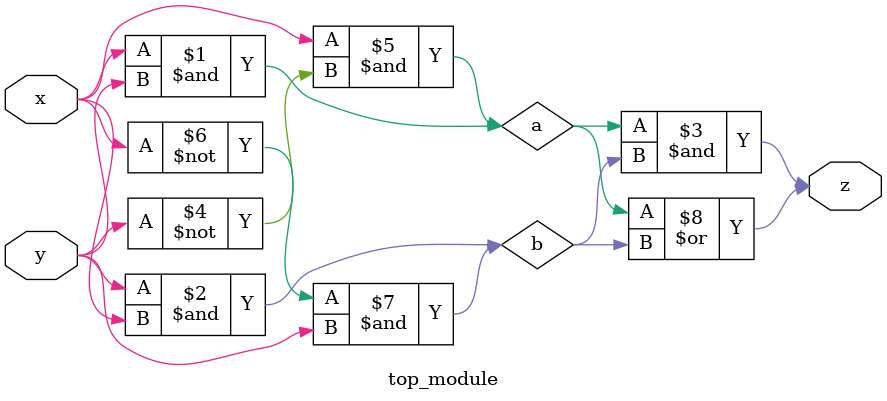
<source format=sv>
module top_module(
	input x,
	input y,
	output z);
	
	wire a, b;
	
	and gate1(a, x, y);
	and gate2(b, y, x);
	and gate3(z, a, b);
	
	assign a = x & ~y;
	assign b = ~x & y;
	assign z = a | b;
	
endmodule

</source>
